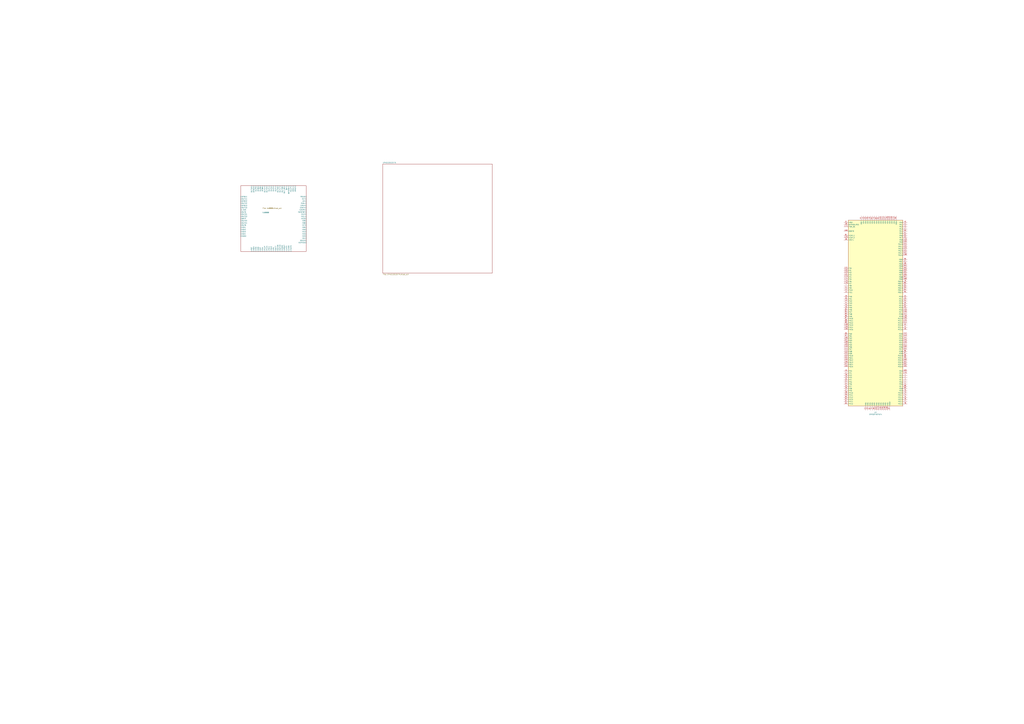
<source format=kicad_sch>
(kicad_sch (version 20211123) (generator eeschema)
  (paper "A0")
  (lib_symbols
    (symbol "MCU_ST_STM32F4:STM32F407IGTx"
      (property "Reference" "U" (at -33.02 107.95 0))
      (property "Value" "STM32F407IGTx" (at 25.4 107.95 0))
      (symbol "STM32F407IGTx_0_1"
        (rectangle (start -33.02 -109.22) (end 30.48 106.68) (stroke (width 0.254)) (fill (type background)))
      )
      (symbol "STM32F407IGTx_1_1"
        (pin bidirectional line (at 35.56 -73.66 180) (length 5.08) (name "PE2") (number "1"))
        (pin bidirectional line (at 35.56 -20.32 180) (length 5.08) (name "PC15") (number "10"))
        (pin bidirectional line (at 35.56 -55.88 180) (length 5.08) (name "PD12") (number "100"))
        (pin bidirectional line (at 35.56 -58.42 180) (length 5.08) (name "PD13") (number "101"))
        (pin power_in line (at 0 -114.3 90) (length 5.08) (name "VSS") (number "102"))
        (pin power_in line (at 5.08 111.76 270) (length 5.08) (name "VDD") (number "103"))
        (pin bidirectional line (at 35.56 -60.96 180) (length 5.08) (name "PD14") (number "104"))
        (pin bidirectional line (at 35.56 -63.5 180) (length 5.08) (name "PD15") (number "105"))
        (pin bidirectional line (at -38.1 -30.48 0) (length 5.08) (name "PG2") (number "106"))
        (pin bidirectional line (at -38.1 -33.02 0) (length 5.08) (name "PG3") (number "107"))
        (pin bidirectional line (at -38.1 -35.56 0) (length 5.08) (name "PG4") (number "108"))
        (pin bidirectional line (at -38.1 -38.1 0) (length 5.08) (name "PG5") (number "109"))
        (pin bidirectional line (at -38.1 27.94 0) (length 5.08) (name "PI9") (number "11"))
        (pin bidirectional line (at -38.1 -40.64 0) (length 5.08) (name "PG6") (number "110"))
        (pin bidirectional line (at -38.1 -43.18 0) (length 5.08) (name "PG7") (number "111"))
        (pin bidirectional line (at -38.1 -45.72 0) (length 5.08) (name "PG8") (number "112"))
        (pin power_in line (at 2.54 -114.3 90) (length 5.08) (name "VSS") (number "113"))
        (pin power_in line (at 7.62 111.76 270) (length 5.08) (name "VDD") (number "114"))
        (pin bidirectional line (at 35.56 2.54 180) (length 5.08) (name "PC6") (number "115"))
        (pin bidirectional line (at 35.56 0 180) (length 5.08) (name "PC7") (number "116"))
        (pin bidirectional line (at 35.56 -2.54 180) (length 5.08) (name "PC8") (number "117"))
        (pin bidirectional line (at 35.56 -5.08 180) (length 5.08) (name "PC9") (number "118"))
        (pin bidirectional line (at 35.56 83.82 180) (length 5.08) (name "PA8") (number "119"))
        (pin bidirectional line (at -38.1 25.4 0) (length 5.08) (name "PI10") (number "12"))
        (pin bidirectional line (at 35.56 81.28 180) (length 5.08) (name "PA9") (number "120"))
        (pin bidirectional line (at 35.56 78.74 180) (length 5.08) (name "PA10") (number "121"))
        (pin bidirectional line (at 35.56 76.2 180) (length 5.08) (name "PA11") (number "122"))
        (pin bidirectional line (at 35.56 73.66 180) (length 5.08) (name "PA12") (number "123"))
        (pin bidirectional line (at 35.56 71.12 180) (length 5.08) (name "PA13") (number "124"))
        (pin power_in line (at -38.1 86.36 0) (length 5.08) (name "VCAP_2") (number "125"))
        (pin power_in line (at 5.08 -114.3 90) (length 5.08) (name "VSS") (number "126"))
        (pin power_in line (at 10.16 111.76 270) (length 5.08) (name "VDD") (number "127"))
        (pin bidirectional line (at -38.1 -15.24 0) (length 5.08) (name "PH13") (number "128"))
        (pin bidirectional line (at -38.1 -17.78 0) (length 5.08) (name "PH14") (number "129"))
        (pin bidirectional line (at -38.1 22.86 0) (length 5.08) (name "PI11") (number "13"))
        (pin bidirectional line (at -38.1 -20.32 0) (length 5.08) (name "PH15") (number "130"))
        (pin bidirectional line (at -38.1 50.8 0) (length 5.08) (name "PI0") (number "131"))
        (pin bidirectional line (at -38.1 48.26 0) (length 5.08) (name "PI1") (number "132"))
        (pin bidirectional line (at -38.1 45.72 0) (length 5.08) (name "PI2") (number "133"))
        (pin bidirectional line (at -38.1 43.18 0) (length 5.08) (name "PI3") (number "134"))
        (pin power_in line (at 7.62 -114.3 90) (length 5.08) (name "VSS") (number "135"))
        (pin power_in line (at 12.7 111.76 270) (length 5.08) (name "VDD") (number "136"))
        (pin bidirectional line (at 35.56 68.58 180) (length 5.08) (name "PA14") (number "137"))
        (pin bidirectional line (at 35.56 66.04 180) (length 5.08) (name "PA15") (number "138"))
        (pin bidirectional line (at 35.56 -7.62 180) (length 5.08) (name "PC10") (number "139"))
        (pin power_in line (at -12.7 -114.3 90) (length 5.08) (name "VSS") (number "14"))
        (pin bidirectional line (at 35.56 -10.16 180) (length 5.08) (name "PC11") (number "140"))
        (pin bidirectional line (at 35.56 -12.7 180) (length 5.08) (name "PC12") (number "141"))
        (pin bidirectional line (at 35.56 -25.4 180) (length 5.08) (name "PD0") (number "142"))
        (pin bidirectional line (at 35.56 -27.94 180) (length 5.08) (name "PD1") (number "143"))
        (pin bidirectional line (at 35.56 -30.48 180) (length 5.08) (name "PD2") (number "144"))
        (pin bidirectional line (at 35.56 -33.02 180) (length 5.08) (name "PD3") (number "145"))
        (pin bidirectional line (at 35.56 -35.56 180) (length 5.08) (name "PD4") (number "146"))
        (pin bidirectional line (at 35.56 -38.1 180) (length 5.08) (name "PD5") (number "147"))
        (pin power_in line (at 10.16 -114.3 90) (length 5.08) (name "VSS") (number "148"))
        (pin power_in line (at 15.24 111.76 270) (length 5.08) (name "VDD") (number "149"))
        (pin power_in line (at -15.24 111.76 270) (length 5.08) (name "VDD") (number "15"))
        (pin bidirectional line (at 35.56 -40.64 180) (length 5.08) (name "PD6") (number "150"))
        (pin bidirectional line (at 35.56 -43.18 180) (length 5.08) (name "PD7") (number "151"))
        (pin bidirectional line (at -38.1 -48.26 0) (length 5.08) (name "PG9") (number "152"))
        (pin bidirectional line (at -38.1 -50.8 0) (length 5.08) (name "PG10") (number "153"))
        (pin bidirectional line (at -38.1 -53.34 0) (length 5.08) (name "PG11") (number "154"))
        (pin bidirectional line (at -38.1 -55.88 0) (length 5.08) (name "PG12") (number "155"))
        (pin bidirectional line (at -38.1 -58.42 0) (length 5.08) (name "PG13") (number "156"))
        (pin bidirectional line (at -38.1 -60.96 0) (length 5.08) (name "PG14") (number "157"))
        (pin power_in line (at 12.7 -114.3 90) (length 5.08) (name "VSS") (number "158"))
        (pin power_in line (at 17.78 111.76 270) (length 5.08) (name "VDD") (number "159"))
        (pin bidirectional line (at -38.1 -68.58 0) (length 5.08) (name "PF0") (number "16"))
        (pin bidirectional line (at -38.1 -63.5 0) (length 5.08) (name "PG15") (number "160"))
        (pin bidirectional line (at 35.56 53.34 180) (length 5.08) (name "PB3") (number "161"))
        (pin bidirectional line (at 35.56 50.8 180) (length 5.08) (name "PB4") (number "162"))
        (pin bidirectional line (at 35.56 48.26 180) (length 5.08) (name "PB5") (number "163"))
        (pin bidirectional line (at 35.56 45.72 180) (length 5.08) (name "PB6") (number "164"))
        (pin bidirectional line (at 35.56 43.18 180) (length 5.08) (name "PB7") (number "165"))
        (pin input line (at -38.1 93.98 0) (length 5.08) (name "BOOT0") (number "166"))
        (pin bidirectional line (at 35.56 40.64 180) (length 5.08) (name "PB8") (number "167"))
        (pin bidirectional line (at 35.56 38.1 180) (length 5.08) (name "PB9") (number "168"))
        (pin bidirectional line (at 35.56 -68.58 180) (length 5.08) (name "PE0") (number "169"))
        (pin bidirectional line (at -38.1 -71.12 0) (length 5.08) (name "PF1") (number "17"))
        (pin bidirectional line (at 35.56 -71.12 180) (length 5.08) (name "PE1") (number "170"))
        (pin input line (at -38.1 99.06 0) (length 5.08) (name "PDR_ON") (number "171"))
        (pin power_in line (at 20.32 111.76 270) (length 5.08) (name "VDD") (number "172"))
        (pin bidirectional line (at -38.1 40.64 0) (length 5.08) (name "PI4") (number "173"))
        (pin bidirectional line (at -38.1 38.1 0) (length 5.08) (name "PI5") (number "174"))
        (pin bidirectional line (at -38.1 35.56 0) (length 5.08) (name "PI6") (number "175"))
        (pin bidirectional line (at -38.1 33.02 0) (length 5.08) (name "PI7") (number "176"))
        (pin bidirectional line (at -38.1 -73.66 0) (length 5.08) (name "PF2") (number "18"))
        (pin bidirectional line (at -38.1 -76.2 0) (length 5.08) (name "PF3") (number "19"))
        (pin bidirectional line (at 35.56 -76.2 180) (length 5.08) (name "PE3") (number "2"))
        (pin bidirectional line (at -38.1 -78.74 0) (length 5.08) (name "PF4") (number "20"))
        (pin bidirectional line (at -38.1 -81.28 0) (length 5.08) (name "PF5") (number "21"))
        (pin power_in line (at -10.16 -114.3 90) (length 5.08) (name "VSS") (number "22"))
        (pin power_in line (at -12.7 111.76 270) (length 5.08) (name "VDD") (number "23"))
        (pin bidirectional line (at -38.1 -83.82 0) (length 5.08) (name "PF6") (number "24"))
        (pin bidirectional line (at -38.1 -86.36 0) (length 5.08) (name "PF7") (number "25"))
        (pin bidirectional line (at -38.1 -88.9 0) (length 5.08) (name "PF8") (number "26"))
        (pin bidirectional line (at -38.1 -91.44 0) (length 5.08) (name "PF9") (number "27"))
        (pin bidirectional line (at -38.1 -93.98 0) (length 5.08) (name "PF10") (number "28"))
        (pin input line (at -38.1 17.78 0) (length 5.08) (name "PH0") (number "29"))
        (pin bidirectional line (at 35.56 -78.74 180) (length 5.08) (name "PE4") (number "3"))
        (pin input line (at -38.1 15.24 0) (length 5.08) (name "PH1") (number "30"))
        (pin input line (at -38.1 104.14 0) (length 5.08) (name "NRST") (number "31"))
        (pin bidirectional line (at 35.56 17.78 180) (length 5.08) (name "PC0") (number "32"))
        (pin bidirectional line (at 35.56 15.24 180) (length 5.08) (name "PC1") (number "33"))
        (pin bidirectional line (at 35.56 12.7 180) (length 5.08) (name "PC2") (number "34"))
        (pin bidirectional line (at 35.56 10.16 180) (length 5.08) (name "PC3") (number "35"))
        (pin power_in line (at -10.16 111.76 270) (length 5.08) (name "VDD") (number "36"))
        (pin power_in line (at 15.24 -114.3 90) (length 5.08) (name "VSSA") (number "37"))
        (pin power_in line (at -38.1 83.82 0) (length 5.08) (name "VREF+") (number "38"))
        (pin power_in line (at 22.86 111.76 270) (length 5.08) (name "VDDA") (number "39"))
        (pin bidirectional line (at 35.56 -81.28 180) (length 5.08) (name "PE5") (number "4"))
        (pin bidirectional line (at 35.56 104.14 180) (length 5.08) (name "PA0") (number "40"))
        (pin bidirectional line (at 35.56 101.6 180) (length 5.08) (name "PA1") (number "41"))
        (pin bidirectional line (at 35.56 99.06 180) (length 5.08) (name "PA2") (number "42"))
        (pin bidirectional line (at -38.1 12.7 0) (length 5.08) (name "PH2") (number "43"))
        (pin bidirectional line (at -38.1 10.16 0) (length 5.08) (name "PH3") (number "44"))
        (pin bidirectional line (at -38.1 7.62 0) (length 5.08) (name "PH4") (number "45"))
        (pin bidirectional line (at -38.1 5.08 0) (length 5.08) (name "PH5") (number "46"))
        (pin bidirectional line (at 35.56 96.52 180) (length 5.08) (name "PA3") (number "47"))
        (pin input line (at -38.1 101.6 0) (length 5.08) (name "BYPASS_REG") (number "48"))
        (pin power_in line (at -7.62 111.76 270) (length 5.08) (name "VDD") (number "49"))
        (pin bidirectional line (at 35.56 -83.82 180) (length 5.08) (name "PE6") (number "5"))
        (pin bidirectional line (at 35.56 93.98 180) (length 5.08) (name "PA4") (number "50"))
        (pin bidirectional line (at 35.56 91.44 180) (length 5.08) (name "PA5") (number "51"))
        (pin bidirectional line (at 35.56 88.9 180) (length 5.08) (name "PA6") (number "52"))
        (pin bidirectional line (at 35.56 86.36 180) (length 5.08) (name "PA7") (number "53"))
        (pin bidirectional line (at 35.56 7.62 180) (length 5.08) (name "PC4") (number "54"))
        (pin bidirectional line (at 35.56 5.08 180) (length 5.08) (name "PC5") (number "55"))
        (pin bidirectional line (at 35.56 60.96 180) (length 5.08) (name "PB0") (number "56"))
        (pin bidirectional line (at 35.56 58.42 180) (length 5.08) (name "PB1") (number "57"))
        (pin bidirectional line (at 35.56 55.88 180) (length 5.08) (name "PB2") (number "58"))
        (pin bidirectional line (at -38.1 -96.52 0) (length 5.08) (name "PF11") (number "59"))
        (pin power_in line (at -17.78 111.76 270) (length 5.08) (name "VBAT") (number "6"))
        (pin bidirectional line (at -38.1 -99.06 0) (length 5.08) (name "PF12") (number "60"))
        (pin power_in line (at -7.62 -114.3 90) (length 5.08) (name "VSS") (number "61"))
        (pin power_in line (at -5.08 111.76 270) (length 5.08) (name "VDD") (number "62"))
        (pin bidirectional line (at -38.1 -101.6 0) (length 5.08) (name "PF13") (number "63"))
        (pin bidirectional line (at -38.1 -104.14 0) (length 5.08) (name "PF14") (number "64"))
        (pin bidirectional line (at -38.1 -106.68 0) (length 5.08) (name "PF15") (number "65"))
        (pin bidirectional line (at -38.1 -25.4 0) (length 5.08) (name "PG0") (number "66"))
        (pin bidirectional line (at -38.1 -27.94 0) (length 5.08) (name "PG1") (number "67"))
        (pin bidirectional line (at 35.56 -86.36 180) (length 5.08) (name "PE7") (number "68"))
        (pin bidirectional line (at 35.56 -88.9 180) (length 5.08) (name "PE8") (number "69"))
        (pin bidirectional line (at -38.1 30.48 0) (length 5.08) (name "PI8") (number "7"))
        (pin bidirectional line (at 35.56 -91.44 180) (length 5.08) (name "PE9") (number "70"))
        (pin power_in line (at -5.08 -114.3 90) (length 5.08) (name "VSS") (number "71"))
        (pin power_in line (at -2.54 111.76 270) (length 5.08) (name "VDD") (number "72"))
        (pin bidirectional line (at 35.56 -93.98 180) (length 5.08) (name "PE10") (number "73"))
        (pin bidirectional line (at 35.56 -96.52 180) (length 5.08) (name "PE11") (number "74"))
        (pin bidirectional line (at 35.56 -99.06 180) (length 5.08) (name "PE12") (number "75"))
        (pin bidirectional line (at 35.56 -101.6 180) (length 5.08) (name "PE13") (number "76"))
        (pin bidirectional line (at 35.56 -104.14 180) (length 5.08) (name "PE14") (number "77"))
        (pin bidirectional line (at 35.56 -106.68 180) (length 5.08) (name "PE15") (number "78"))
        (pin bidirectional line (at 35.56 35.56 180) (length 5.08) (name "PB10") (number "79"))
        (pin bidirectional line (at 35.56 -15.24 180) (length 5.08) (name "PC13") (number "8"))
        (pin bidirectional line (at 35.56 33.02 180) (length 5.08) (name "PB11") (number "80"))
        (pin power_in line (at -38.1 88.9 0) (length 5.08) (name "VCAP_1") (number "81"))
        (pin power_in line (at 0 111.76 270) (length 5.08) (name "VDD") (number "82"))
        (pin bidirectional line (at -38.1 2.54 0) (length 5.08) (name "PH6") (number "83"))
        (pin bidirectional line (at -38.1 0 0) (length 5.08) (name "PH7") (number "84"))
        (pin bidirectional line (at -38.1 -2.54 0) (length 5.08) (name "PH8") (number "85"))
        (pin bidirectional line (at -38.1 -5.08 0) (length 5.08) (name "PH9") (number "86"))
        (pin bidirectional line (at -38.1 -7.62 0) (length 5.08) (name "PH10") (number "87"))
        (pin bidirectional line (at -38.1 -10.16 0) (length 5.08) (name "PH11") (number "88"))
        (pin bidirectional line (at -38.1 -12.7 0) (length 5.08) (name "PH12") (number "89"))
        (pin bidirectional line (at 35.56 -17.78 180) (length 5.08) (name "PC14") (number "9"))
        (pin power_in line (at -2.54 -114.3 90) (length 5.08) (name "VSS") (number "90"))
        (pin power_in line (at 2.54 111.76 270) (length 5.08) (name "VDD") (number "91"))
        (pin bidirectional line (at 35.56 30.48 180) (length 5.08) (name "PB12") (number "92"))
        (pin bidirectional line (at 35.56 27.94 180) (length 5.08) (name "PB13") (number "93"))
        (pin bidirectional line (at 35.56 25.4 180) (length 5.08) (name "PB14") (number "94"))
        (pin bidirectional line (at 35.56 22.86 180) (length 5.08) (name "PB15") (number "95"))
        (pin bidirectional line (at 35.56 -45.72 180) (length 5.08) (name "PD8") (number "96"))
        (pin bidirectional line (at 35.56 -48.26 180) (length 5.08) (name "PD9") (number "97"))
        (pin bidirectional line (at 35.56 -50.8 180) (length 5.08) (name "PD10") (number "98"))
        (pin bidirectional line (at 35.56 -53.34 180) (length 5.08) (name "PD11") (number "99"))
      )
    )
  )
  (symbol (lib_id "MCU_ST_STM32F4:STM32F407IGTx") (at 1017.905 362.585 0) (unit 1)
    (property "Reference" "U?" (at 1016.635 479.1456 0))
    (property "Value" "STM32F407IGTx" (at 1016.635 481.457 0))
    (property "Footprint" "Package_QFP:LQFP-176_24x24mm_P0.5mm" (effects hide))
    (property "Datasheet" "http://www.st.com/st-web-ui/static/active/en/resource/technical/document/datasheet/DM00037051.pdf" (effects hide))
  )
  (sheet (at 279.4 215.9) (size 76.2 76.2)
    (property "Sheet name" "tle8888" (at 304.8 247.65 0) (effects (justify left bottom)))
    (property "Sheet file" "tle8888.kicad_sch" (at 304.8 241.3 0) (effects (justify left top)))
    (pin "HALLP" input (at 337.82 215.9 90))
    (pin "VRIN1" input (at 340.36 215.9 90))
    (pin "OUT14" input (at 307.34 215.9 90))
    (pin "OUT15" input (at 309.88 215.9 90))
    (pin "PGND" input (at 355.6 228.6 0))
    (pin "OUT9" input (at 297.18 215.9 90))
    (pin "DFB9" input (at 299.72 215.9 90))
    (pin "DFB10" input (at 294.64 215.9 90))
    (pin "OUT10" input (at 292.1 215.9 90))
    (pin "DFB8" input (at 304.8 215.9 90))
    (pin "OUT8" input (at 302.26 215.9 90))
    (pin "OUT4" input (at 312.42 215.9 90))
    (pin "OUT3" input (at 314.96 215.9 90))
    (pin "BAT" input (at 332.74 215.9 90))
    (pin "OUT18" input (at 327.66 215.9 90))
    (pin "OUT_MR" input (at 330.2 215.9 90))
    (pin "OUT16" input (at 322.58 215.9 90))
    (pin "OUT1" input (at 320.04 215.9 90))
    (pin "OUT2" input (at 317.5 215.9 90))
    (pin "OUT17" input (at 325.12 215.9 90))
    (pin "AGND" input (at 279.4 274.32 180))
    (pin "T5V2" input (at 314.96 292.1 270))
    (pin "BATSTBY" input (at 335.28 215.9 90))
    (pin "VRIN2" input (at 342.9 215.9 90))
    (pin "T5V1" input (at 312.42 292.1 270))
    (pin "WK" input (at 355.6 233.68 0))
    (pin "KEY" input (at 355.6 231.14 0))
    (pin "CANH" input (at 355.6 238.76 0))
    (pin "CANL" input (at 355.6 236.22 0))
    (pin "VDDIO" input (at 327.66 292.1 270))
    (pin "OUT21" input (at 279.4 259.08 180))
    (pin "OUT6" input (at 279.4 261.62 180))
    (pin "IGN2" input (at 279.4 266.7 180))
    (pin "IGN1" input (at 279.4 264.16 180))
    (pin "IGN3" input (at 279.4 269.24 180))
    (pin "IGN4" input (at 279.4 271.78 180))
    (pin "OUT24" input (at 279.4 248.92 180))
    (pin "BATP" input (at 279.4 254 180))
    (pin "DFB12" input (at 279.4 233.68 180))
    (pin "OUT12" input (at 279.4 236.22 180))
    (pin "DFB13" input (at 279.4 238.76 180))
    (pin "OUT13" input (at 279.4 241.3 180))
    (pin "LINIO" input (at 279.4 243.84 180))
    (pin "OUT11" input (at 279.4 231.14 180))
    (pin "DFB11" input (at 279.4 228.6 180))
    (pin "OUT5" input (at 279.4 246.38 180))
    (pin "OUT22" input (at 279.4 256.54 180))
    (pin "OUT23" input (at 279.4 251.46 180))
    (pin "OUT7" input (at 320.04 292.1 270))
    (pin "CSN" input (at 297.18 292.1 270))
    (pin "SIP" input (at 302.26 292.1 270))
    (pin "SDO" input (at 299.72 292.1 270))
    (pin "FCLP" input (at 307.34 292.1 270))
    (pin "V5V" input (at 317.5 292.1 270))
    (pin "MON" input (at 294.64 292.1 270))
    (pin "RST" input (at 292.1 292.1 270))
    (pin "SIN" input (at 304.8 292.1 270))
    (pin "FCLN" input (at 309.88 292.1 270))
    (pin "OUT19" input (at 325.12 292.1 270))
    (pin "OUT20" input (at 322.58 292.1 270))
    (pin "INJEN" input (at 337.82 292.1 270))
    (pin "LINTX" input (at 332.74 292.1 270))
    (pin "LINRX" input (at 335.28 292.1 270))
    (pin "VROUT" input (at 330.2 292.1 270))
    (pin "V5VSTBY" input (at 355.6 246.38 0))
    (pin "IN11" input (at 355.6 251.46 0))
    (pin "CANTX" input (at 355.6 241.3 0))
    (pin "CANRX" input (at 355.6 243.84 0))
    (pin "IN12" input (at 355.6 248.92 0))
    (pin "IN9" input (at 355.6 256.54 0))
    (pin "IN8" input (at 355.6 259.08 0))
    (pin "IN10" input (at 355.6 254 0))
    (pin "IN7" input (at 355.6 261.62 0))
    (pin "IN6" input (at 355.6 264.16 0))
    (pin "IN5" input (at 355.6 266.7 0))
    (pin "IN4" input (at 355.6 269.24 0))
    (pin "IN1" input (at 355.6 276.86 0))
    (pin "IN2" input (at 355.6 274.32 0))
    (pin "IN3" input (at 355.6 271.78 0))
    (pin "KOFFDO" input (at 355.6 281.94 0))
    (pin "IGNEN" input (at 355.6 279.4 0))
  )
  (sheet (at 444.5 190.5) (size 127 127) (stroke (width 0.1524))
    (property "Sheet name" "EP4CE22E22I7N" (at 444.5 189.7884 0) (effects (justify left bottom)))
    (property "Sheet file" "EP4CE22E22I7N.kicad_sch" (at 444.5 318.0846 0) (effects (justify left top)))
  )
)
</source>
